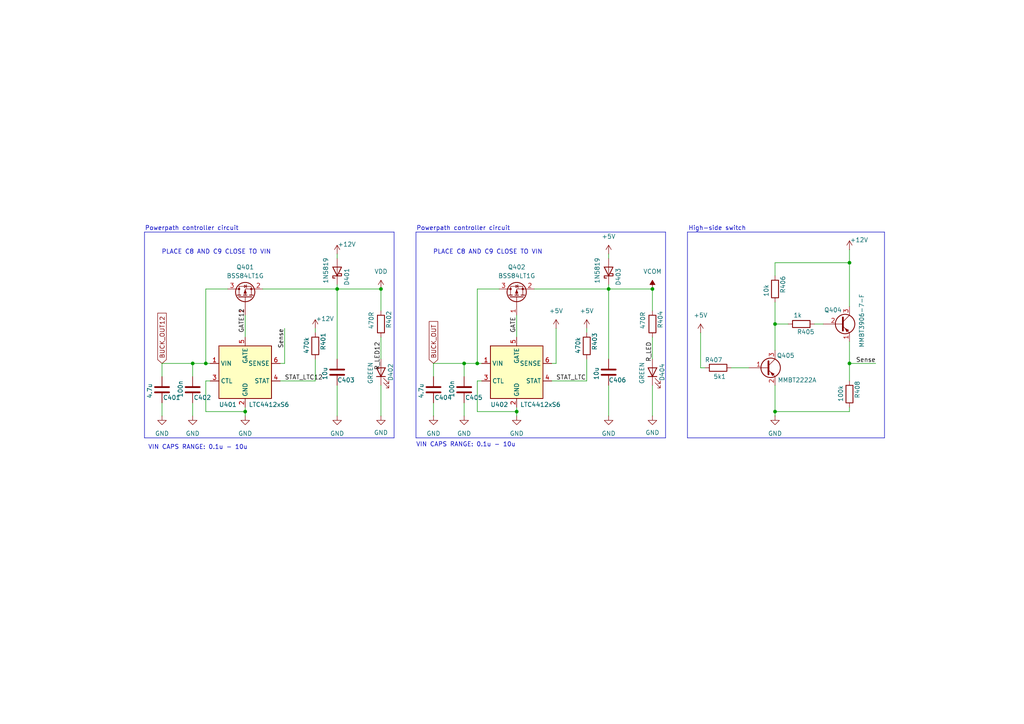
<source format=kicad_sch>
(kicad_sch (version 20231120) (generator "eeschema") (generator_version "8.0")
  (paper "A4")
  (lib_symbols
    (symbol "+12V_1" (power) (pin_numbers hide) (pin_names (offset 0) hide)
      (property "Value" "+12V" (at 0 3.556 0))
      (symbol "+12V_1_0_1"
        (polyline (pts (xy -0.762 1.27) (xy 0 2.54)))
        (polyline (pts (xy 0 0) (xy 0 2.54)))
        (polyline (pts (xy 0 2.54) (xy 0.762 1.27)))
      )
      (symbol "+12V_1_1_1"
        (pin power_in line (at 0 0 90) (length 0) (name "~") (number "1"))
      )
    )
    (symbol "Device:C" (pin_numbers hide) (pin_names (offset 0.254))
      (property "Reference" "C" (at 0.635 2.54 0))
      (property "Value" "C" (at 0.635 -2.54 0))
      (symbol "C_0_1"
        (polyline (pts (xy -2.032 -0.762) (xy 2.032 -0.762)) (stroke (width 0.508)))
        (polyline (pts (xy -2.032 0.762) (xy 2.032 0.762)) (stroke (width 0.508)))
      )
      (symbol "C_1_1"
        (pin passive line (at 0 3.81 270) (length 2.794) (name "~") (number "1"))
        (pin passive line (at 0 -3.81 90) (length 2.794) (name "~") (number "2"))
      )
    )
    (symbol "Device:D_Schottky" (pin_numbers hide) (pin_names (offset 1.016) hide)
      (property "Reference" "D" (at 0 2.54 0))
      (property "Value" "D_Schottky" (at 0 -2.54 0))
      (symbol "D_Schottky_0_1"
        (polyline (pts (xy 1.27 0) (xy -1.27 0)))
        (polyline (pts (xy 1.27 1.27) (xy 1.27 -1.27) (xy -1.27 0) (xy 1.27 1.27)) (stroke (width 0.254)))
        (polyline (pts (xy -1.905 0.635) (xy -1.905 1.27) (xy -1.27 1.27) (xy -1.27 -1.27) (xy -0.635 -1.27) (xy -0.635 -0.635)) (stroke (width 0.254)))
      )
      (symbol "D_Schottky_1_1"
        (pin passive line (at -3.81 0 0) (length 2.54) (name "K") (number "1"))
        (pin passive line (at 3.81 0 180) (length 2.54) (name "A") (number "2"))
      )
    )
    (symbol "Device:LED" (pin_numbers hide) (pin_names (offset 1.016) hide)
      (property "Reference" "D" (at 0 2.54 0))
      (property "Value" "LED" (at 0 -2.54 0))
      (symbol "LED_0_1"
        (polyline (pts (xy -1.27 -1.27) (xy -1.27 1.27)) (stroke (width 0.254)))
        (polyline (pts (xy -1.27 0) (xy 1.27 0)))
        (polyline (pts (xy 1.27 -1.27) (xy 1.27 1.27) (xy -1.27 0) (xy 1.27 -1.27)) (stroke (width 0.254)))
        (polyline (pts (xy -3.048 -0.762) (xy -4.572 -2.286) (xy -3.81 -2.286) (xy -4.572 -2.286) (xy -4.572 -1.524)))
        (polyline (pts (xy -1.778 -0.762) (xy -3.302 -2.286) (xy -2.54 -2.286) (xy -3.302 -2.286) (xy -3.302 -1.524)))
      )
      (symbol "LED_1_1"
        (pin passive line (at -3.81 0 0) (length 2.54) (name "K") (number "1"))
        (pin passive line (at 3.81 0 180) (length 2.54) (name "A") (number "2"))
      )
    )
    (symbol "Device:Q_PMOS_GSD" (pin_names (offset 0) hide)
      (property "Reference" "Q" (at 5.08 1.27 0))
      (property "Value" "Q_PMOS_GSD" (at 5.08 -1.27 0))
      (symbol "Q_PMOS_GSD_0_1"
        (polyline (pts (xy 0.254 0) (xy -2.54 0)))
        (polyline (pts (xy 0.254 1.905) (xy 0.254 -1.905)) (stroke (width 0.254)))
        (polyline (pts (xy 0.762 -1.27) (xy 0.762 -2.286)) (stroke (width 0.254)))
        (polyline (pts (xy 0.762 0.508) (xy 0.762 -0.508)) (stroke (width 0.254)))
        (polyline (pts (xy 0.762 2.286) (xy 0.762 1.27)) (stroke (width 0.254)))
        (polyline (pts (xy 2.54 2.54) (xy 2.54 1.778)))
        (polyline (pts (xy 2.54 -2.54) (xy 2.54 0) (xy 0.762 0)))
        (polyline (pts (xy 0.762 1.778) (xy 3.302 1.778) (xy 3.302 -1.778) (xy 0.762 -1.778)))
        (polyline (pts (xy 2.286 0) (xy 1.27 0.381) (xy 1.27 -0.381) (xy 2.286 0)) (fill (type outline)))
        (polyline (pts (xy 2.794 -0.508) (xy 2.921 -0.381) (xy 3.683 -0.381) (xy 3.81 -0.254)))
        (polyline (pts (xy 3.302 -0.381) (xy 2.921 0.254) (xy 3.683 0.254) (xy 3.302 -0.381)))
        (circle (center 1.651 0) (radius 2.794) (stroke (width 0.254)))
        (circle (center 2.54 -1.778) (radius 0.254) (fill (type outline)))
        (circle (center 2.54 1.778) (radius 0.254) (fill (type outline)))
      )
      (symbol "Q_PMOS_GSD_1_1"
        (pin input line (at -5.08 0 0) (length 2.54) (name "G") (number "1"))
        (pin passive line (at 2.54 -5.08 90) (length 2.54) (name "S") (number "2"))
        (pin passive line (at 2.54 5.08 270) (length 2.54) (name "D") (number "3"))
      )
    )
    (symbol "Device:Q_PNP_BEC" (pin_names (offset 0) hide)
      (property "Reference" "Q" (at 5.08 1.27 0))
      (property "Value" "Q_PNP_BEC" (at 5.08 -1.27 0))
      (symbol "Q_PNP_BEC_0_1"
        (polyline (pts (xy 0.635 0.635) (xy 2.54 2.54)))
        (polyline (pts (xy 0.635 -0.635) (xy 2.54 -2.54) (xy 2.54 -2.54)))
        (polyline (pts (xy 0.635 1.905) (xy 0.635 -1.905) (xy 0.635 -1.905)) (stroke (width 0.508)))
        (polyline (pts (xy 2.286 -1.778) (xy 1.778 -2.286) (xy 1.27 -1.27) (xy 2.286 -1.778) (xy 2.286 -1.778)) (fill (type outline)))
        (circle (center 1.27 0) (radius 2.8194) (stroke (width 0.254)))
      )
      (symbol "Q_PNP_BEC_1_1"
        (pin input line (at -5.08 0 0) (length 5.715) (name "B") (number "1"))
        (pin passive line (at 2.54 -5.08 90) (length 2.54) (name "E") (number "2"))
        (pin passive line (at 2.54 5.08 270) (length 2.54) (name "C") (number "3"))
      )
    )
    (symbol "Device:Q_PNP_EBC" (pin_names (offset 0) hide)
      (property "Reference" "Q" (at 5.08 1.27 0))
      (property "Value" "Q_PNP_EBC" (at 5.08 -1.27 0))
      (symbol "Q_PNP_EBC_0_1"
        (polyline (pts (xy 0.635 0.635) (xy 2.54 2.54)))
        (polyline (pts (xy 0.635 -0.635) (xy 2.54 -2.54) (xy 2.54 -2.54)))
        (polyline (pts (xy 0.635 1.905) (xy 0.635 -1.905) (xy 0.635 -1.905)) (stroke (width 0.508)))
        (polyline (pts (xy 2.286 -1.778) (xy 1.778 -2.286) (xy 1.27 -1.27) (xy 2.286 -1.778) (xy 2.286 -1.778)) (fill (type outline)))
        (circle (center 1.27 0) (radius 2.8194) (stroke (width 0.254)))
      )
      (symbol "Q_PNP_EBC_1_1"
        (pin passive line (at 2.54 -5.08 90) (length 2.54) (name "E") (number "1"))
        (pin input line (at -5.08 0 0) (length 5.715) (name "B") (number "2"))
        (pin passive line (at 2.54 5.08 270) (length 2.54) (name "C") (number "3"))
      )
    )
    (symbol "Device:R" (pin_numbers hide) (pin_names (offset 0))
      (property "Reference" "R" (at 2.032 0 90))
      (property "Value" "R" (at 0 0 90))
      (symbol "R_0_1"
        (rectangle (start -1.016 -2.54) (end 1.016 2.54) (stroke (width 0.254)))
      )
      (symbol "R_1_1"
        (pin passive line (at 0 3.81 270) (length 1.27) (name "~") (number "1"))
        (pin passive line (at 0 -3.81 90) (length 1.27) (name "~") (number "2"))
      )
    )
    (symbol "Power_Management:LTC4412xS6"
      (property "Reference" "U" (at -6.35 8.89 0))
      (property "Value" "LTC4412xS6" (at 6.35 8.89 0))
      (symbol "LTC4412xS6_0_1"
        (rectangle (start -7.62 7.62) (end 7.62 -7.62) (stroke (width 0.254)) (fill (type background)))
      )
      (symbol "LTC4412xS6_1_1"
        (pin power_in line (at -10.16 2.54 0) (length 2.54) (name "VIN") (number "1"))
        (pin power_in line (at 0 -10.16 90) (length 2.54) (name "GND") (number "2"))
        (pin input line (at -10.16 -2.54 0) (length 2.54) (name "CTL") (number "3"))
        (pin open_collector line (at 10.16 -2.54 180) (length 2.54) (name "STAT") (number "4"))
        (pin output line (at 0 10.16 270) (length 2.54) (name "GATE") (number "5"))
        (pin input line (at 10.16 2.54 180) (length 2.54) (name "SENSE") (number "6"))
      )
    )
    (symbol "power:+5V" (power) (pin_numbers hide) (pin_names (offset 0) hide)
      (property "Value" "+5V" (at 0 3.556 0))
      (symbol "+5V_0_1"
        (polyline (pts (xy -0.762 1.27) (xy 0 2.54)))
        (polyline (pts (xy 0 0) (xy 0 2.54)))
        (polyline (pts (xy 0 2.54) (xy 0.762 1.27)))
      )
      (symbol "+5V_1_1"
        (pin power_in line (at 0 0 90) (length 0) (name "~") (number "1"))
      )
    )
    (symbol "power:GND" (power) (pin_numbers hide) (pin_names (offset 0) hide)
      (property "Value" "GND" (at 0 -3.81 0))
      (symbol "GND_0_1"
        (polyline (pts (xy 0 0) (xy 0 -1.27) (xy 1.27 -1.27) (xy 0 -2.54) (xy -1.27 -1.27) (xy 0 -1.27)))
      )
      (symbol "GND_1_1"
        (pin power_in line (at 0 0 270) (length 0) (name "~") (number "1"))
      )
    )
    (symbol "power:VCOM" (power) (pin_numbers hide) (pin_names (offset 0) hide)
      (property "Value" "VCOM" (at 0 3.556 0))
      (symbol "VCOM_0_1"
        (polyline (pts (xy 0 0) (xy 0 2.54)))
        (polyline (pts (xy 0.762 1.27) (xy -0.762 1.27) (xy 0 2.54) (xy 0.762 1.27)) (fill (type outline)))
      )
      (symbol "VCOM_1_1"
        (pin power_in line (at 0 0 90) (length 0) (name "~") (number "1"))
      )
    )
    (symbol "power:VDD" (power) (pin_numbers hide) (pin_names (offset 0) hide)
      (property "Value" "VDD" (at 0 3.556 0))
      (symbol "VDD_0_1"
        (polyline (pts (xy -0.762 1.27) (xy 0 2.54)))
        (polyline (pts (xy 0 0) (xy 0 2.54)))
        (polyline (pts (xy 0 2.54) (xy 0.762 1.27)))
      )
      (symbol "VDD_1_1"
        (pin power_in line (at 0 0 90) (length 0) (name "~") (number "1"))
      )
    )
  )
  (junction (at 224.79 119.38))
  (junction (at 55.88 105.41))
  (junction (at 110.49 83.82))
  (junction (at 224.79 93.98))
  (junction (at 134.62 105.41))
  (junction (at 59.69 105.41))
  (junction (at 71.12 119.38))
  (junction (at 138.43 105.41))
  (junction (at 176.53 83.82))
  (junction (at 246.38 76.2))
  (junction (at 246.38 105.41))
  (junction (at 97.79 83.82))
  (junction (at 149.86 119.38))
  (junction (at 189.23 83.82))
  (polyline (pts (xy 193.04 67.31) (xy 120.65 67.31)))
  (wire (pts (xy 176.53 83.82) (xy 176.53 104.14)))
  (wire (pts (xy 224.79 87.63) (xy 224.79 93.98)))
  (polyline (pts (xy 193.04 127) (xy 193.04 67.31)))
  (wire (pts (xy 46.99 105.41) (xy 55.88 105.41)))
  (wire (pts (xy 189.23 90.17) (xy 189.23 83.82)))
  (wire (pts (xy 203.2 106.68) (xy 204.47 106.68)))
  (polyline (pts (xy 199.39 67.31) (xy 256.54 67.31)))
  (wire (pts (xy 236.22 93.98) (xy 238.76 93.98)))
  (wire (pts (xy 224.79 93.98) (xy 228.6 93.98)))
  (wire (pts (xy 60.96 105.41) (xy 59.69 105.41)))
  (wire (pts (xy 189.23 97.79) (xy 189.23 104.14)))
  (wire (pts (xy 149.86 120.65) (xy 149.86 119.38)))
  (wire (pts (xy 246.38 118.11) (xy 246.38 119.38)))
  (wire (pts (xy 60.96 110.49) (xy 59.69 110.49)))
  (polyline (pts (xy 120.65 127) (xy 193.04 127)))
  (wire (pts (xy 170.18 95.25) (xy 170.18 96.52)))
  (wire (pts (xy 149.86 91.44) (xy 149.86 97.79)))
  (wire (pts (xy 71.12 118.11) (xy 71.12 119.38)))
  (polyline (pts (xy 114.3 67.31) (xy 41.91 67.31)))
  (wire (pts (xy 59.69 110.49) (xy 59.69 119.38)))
  (wire (pts (xy 189.23 111.76) (xy 189.23 120.65)))
  (polyline (pts (xy 120.65 67.31) (xy 120.65 127)))
  (wire (pts (xy 246.38 99.06) (xy 246.38 105.41)))
  (wire (pts (xy 224.79 119.38) (xy 246.38 119.38)))
  (wire (pts (xy 134.62 116.84) (xy 134.62 120.65)))
  (wire (pts (xy 125.73 105.41) (xy 125.73 109.22)))
  (wire (pts (xy 224.79 76.2) (xy 224.79 80.01)))
  (wire (pts (xy 224.79 111.76) (xy 224.79 119.38)))
  (wire (pts (xy 46.99 116.84) (xy 46.99 120.65)))
  (wire (pts (xy 176.53 82.55) (xy 176.53 83.82)))
  (wire (pts (xy 161.29 105.41) (xy 160.02 105.41)))
  (wire (pts (xy 246.38 76.2) (xy 224.79 76.2)))
  (wire (pts (xy 82.55 105.41) (xy 81.28 105.41)))
  (wire (pts (xy 154.94 83.82) (xy 176.53 83.82)))
  (wire (pts (xy 203.2 96.52) (xy 203.2 106.68)))
  (wire (pts (xy 91.44 95.25) (xy 91.44 96.52)))
  (wire (pts (xy 97.79 111.76) (xy 97.79 120.65)))
  (wire (pts (xy 149.86 118.11) (xy 149.86 119.38)))
  (wire (pts (xy 160.02 110.49) (xy 170.18 110.49)))
  (wire (pts (xy 138.43 110.49) (xy 138.43 119.38)))
  (wire (pts (xy 82.55 95.25) (xy 82.55 105.41)))
  (polyline (pts (xy 41.91 127) (xy 114.3 127)))
  (wire (pts (xy 139.7 105.41) (xy 138.43 105.41)))
  (wire (pts (xy 81.28 110.49) (xy 91.44 110.49)))
  (wire (pts (xy 134.62 105.41) (xy 138.43 105.41)))
  (wire (pts (xy 59.69 119.38) (xy 71.12 119.38)))
  (wire (pts (xy 246.38 105.41) (xy 246.38 110.49)))
  (wire (pts (xy 138.43 105.41) (xy 138.43 83.82)))
  (polyline (pts (xy 114.3 127) (xy 114.3 67.31)))
  (polyline (pts (xy 41.91 67.31) (xy 41.91 127)))
  (wire (pts (xy 246.38 76.2) (xy 246.38 88.9)))
  (wire (pts (xy 170.18 110.49) (xy 170.18 104.14)))
  (wire (pts (xy 134.62 109.22) (xy 134.62 105.41)))
  (wire (pts (xy 97.79 83.82) (xy 97.79 104.14)))
  (polyline (pts (xy 256.54 127) (xy 256.54 67.31)))
  (wire (pts (xy 76.2 83.82) (xy 97.79 83.82)))
  (wire (pts (xy 246.38 105.41) (xy 254 105.41)))
  (wire (pts (xy 55.88 109.22) (xy 55.88 105.41)))
  (polyline (pts (xy 199.39 127) (xy 256.54 127)))
  (wire (pts (xy 139.7 110.49) (xy 138.43 110.49)))
  (wire (pts (xy 55.88 116.84) (xy 55.88 120.65)))
  (wire (pts (xy 55.88 105.41) (xy 59.69 105.41)))
  (wire (pts (xy 161.29 95.25) (xy 161.29 105.41)))
  (wire (pts (xy 125.73 105.41) (xy 134.62 105.41)))
  (wire (pts (xy 59.69 83.82) (xy 66.04 83.82)))
  (wire (pts (xy 110.49 111.76) (xy 110.49 120.65)))
  (wire (pts (xy 246.38 72.39) (xy 246.38 76.2)))
  (polyline (pts (xy 199.39 67.31) (xy 199.39 127)))
  (wire (pts (xy 212.09 106.68) (xy 217.17 106.68)))
  (wire (pts (xy 176.53 111.76) (xy 176.53 120.65)))
  (wire (pts (xy 71.12 91.44) (xy 71.12 97.79)))
  (wire (pts (xy 138.43 119.38) (xy 149.86 119.38)))
  (wire (pts (xy 91.44 110.49) (xy 91.44 104.14)))
  (wire (pts (xy 71.12 120.65) (xy 71.12 119.38)))
  (wire (pts (xy 97.79 82.55) (xy 97.79 83.82)))
  (wire (pts (xy 138.43 83.82) (xy 144.78 83.82)))
  (wire (pts (xy 224.79 93.98) (xy 224.79 101.6)))
  (wire (pts (xy 110.49 97.79) (xy 110.49 104.14)))
  (wire (pts (xy 97.79 73.66) (xy 97.79 74.93)))
  (wire (pts (xy 176.53 73.66) (xy 176.53 74.93)))
  (wire (pts (xy 110.49 83.82) (xy 97.79 83.82)))
  (wire (pts (xy 110.49 90.17) (xy 110.49 83.82)))
  (wire (pts (xy 46.99 105.41) (xy 46.99 109.22)))
  (wire (pts (xy 59.69 105.41) (xy 59.69 83.82)))
  (wire (pts (xy 125.73 116.84) (xy 125.73 120.65)))
  (wire (pts (xy 189.23 83.82) (xy 176.53 83.82)))
  (wire (pts (xy 224.79 119.38) (xy 224.79 120.65)))
  (text "Powerpath controller circuit" (at 55.626 66.294 0) (effects (font (size 1.27 1.27))))
  (text "PLACE C8 AND C9 CLOSE TO VIN" (at 141.478 73.152 0) (effects (font (size 1.27 1.27))))
  (text "High-side switch" (at 208.026 66.294 0) (effects (font (size 1.27 1.27))))
  (text "VIN CAPS RANGE: 0.1u - 10u" (at 135.128 129.032 0) (effects (font (size 1.27 1.27))))
  (text "Powerpath controller circuit" (at 134.366 66.294 0) (effects (font (size 1.27 1.27))))
  (text "VIN CAPS RANGE: 0.1u - 10u" (at 57.404 129.794 0) (effects (font (size 1.27 1.27))))
  (text "PLACE C8 AND C9 CLOSE TO VIN" (at 62.738 73.152 0) (effects (font (size 1.27 1.27))))
  (label "R_LED" (at 189.23 99.06 270))
  (label "Sense" (at 82.55 95.25 270))
  (label "GATE12" (at 71.12 96.52 90))
  (label "R_LED12" (at 110.49 99.06 270))
  (label "GATE" (at 149.86 96.52 90))
  (label "STAT_LTC12" (at 82.55 110.49 0))
  (label "Sense" (at 254 105.41 180))
  (label "STAT_LTC" (at 161.29 110.49 0))
  (global_label "BUCK_OUT12" (shape input) (at 46.99 105.41 90) (property "Intersheetrefs" "${INTERSHEET_REFS}" (effects (hide yes))))
  (global_label "BUCK_OUT" (shape input) (at 125.73 105.41 90) (property "Intersheetrefs" "${INTERSHEET_REFS}" (effects (hide yes))))
  (symbol (lib_id "Device:R") (at 224.79 83.82 0) (unit 1)
    (property "Reference" "R406" (at 227.076 85.09 90) (effects (justify left)))
    (property "Value" "10k" (at 222.25 86.106 90) (effects (justify left)))
    (property "Footprint" "Resistor_SMD:R_0805_2012Metric" (effects (hide yes)))
    (property "Description" "Resistor" (effects (hide yes)))
  )
  (symbol (lib_name "+12V_1") (lib_id "power:+12V") (at 246.38 72.39 0) (unit 1)
    (property "Reference" "#PWR0404" (effects (hide yes)))
    (property "Value" "+12V" (at 249.174 69.596 0))
    (property "Description" "Power symbol creates a global label with name \"+12V\"" (effects (hide yes)))
  )
  (symbol (lib_id "Device:LED") (at 110.49 107.95 90) (unit 1)
    (property "Reference" "D402" (at 113.284 107.95 0))
    (property "Value" "GREEN" (at 107.442 108.204 0))
    (property "Footprint" "LED_SMD:LED_0805_2012Metric" (effects (hide yes)))
    (property "Description" "Light emitting diode" (effects (hide yes)))
  )
  (symbol (lib_id "power:+5V") (at 176.53 73.66 0) (unit 1)
    (property "Reference" "#PWR0415" (effects (hide yes)))
    (property "Value" "+5V" (at 176.53 68.58 0))
    (property "Description" "Power symbol creates a global label with name \"+5V\"" (effects (hide yes)))
  )
  (symbol (lib_id "Device:LED") (at 189.23 107.95 90) (unit 1)
    (property "Reference" "D404" (at 192.024 107.95 0))
    (property "Value" "GREEN" (at 186.182 108.204 0))
    (property "Footprint" "LED_SMD:LED_0805_2012Metric" (effects (hide yes)))
    (property "Description" "Light emitting diode" (effects (hide yes)))
  )
  (symbol (lib_id "Power_Management:LTC4412xS6") (at 149.86 107.95 0) (unit 1)
    (property "Reference" "U402" (at 142.24 117.348 0) (effects (justify left)))
    (property "Value" "LTC4412xS6" (at 150.876 117.348 0) (effects (justify left)))
    (property "Footprint" "Package_TO_SOT_SMD:TSOT-23-6" (effects (hide yes)))
    (property "Datasheet" "https://www.analog.com/media/en/technical-documentation/data-sheets/4412fb.pdf" (effects (hide yes)))
    (property "Description" "Low Loss PowerPath Controller, TSOT-23-6" (effects (hide yes)))
  )
  (symbol (lib_id "power:GND") (at 189.23 120.65 0) (unit 1)
    (property "Reference" "#PWR0418" (effects (hide yes)))
    (property "Value" "GND" (at 189.23 125.476 0))
    (property "Description" "Power symbol creates a global label with name \"GND\" , ground" (effects (hide yes)))
  )
  (symbol (lib_id "Device:Q_PMOS_GSD") (at 149.86 86.36 90) (unit 1)
    (property "Reference" "Q402" (at 149.86 77.47 90))
    (property "Value" "BSS84LT1G" (at 149.86 80.01 90))
    (property "Footprint" "Package_TO_SOT_SMD:SOT-23" (effects (hide yes)))
    (property "Description" "P-MOSFET transistor, gate/source/drain" (effects (hide yes)))
  )
  (symbol (lib_id "power:+5V") (at 203.2 96.52 0) (unit 1)
    (property "Reference" "#PWR0420" (effects (hide yes)))
    (property "Value" "+5V" (at 203.2 91.44 0))
    (property "Description" "Power symbol creates a global label with name \"+5V\"" (effects (hide yes)))
  )
  (symbol (lib_id "power:VCOM") (at 189.23 83.82 0) (unit 1)
    (property "Reference" "#PWR0417" (effects (hide yes)))
    (property "Value" "VCOM" (at 189.23 78.74 0))
    (property "Description" "Power symbol creates a global label with name \"VCOM\"" (effects (hide yes)))
  )
  (symbol (lib_id "Device:R") (at 232.41 93.98 270) (unit 1)
    (property "Reference" "R405" (at 231.14 96.266 90) (effects (justify left)))
    (property "Value" "1k" (at 230.124 91.44 90) (effects (justify left)))
    (property "Footprint" "Resistor_SMD:R_0805_2012Metric" (effects (hide yes)))
    (property "Description" "Resistor" (effects (hide yes)))
  )
  (symbol (lib_id "power:GND") (at 97.79 120.65 0) (unit 1)
    (property "Reference" "#PWR0407" (effects (hide yes)))
    (property "Value" "GND" (at 97.79 125.73 0))
    (property "Description" "Power symbol creates a global label with name \"GND\" , ground" (effects (hide yes)))
  )
  (symbol (lib_id "Device:Q_PNP_BEC") (at 222.25 106.68 0) (unit 1)
    (property "Reference" "Q405" (at 225.298 103.124 0) (effects (justify left)))
    (property "Value" "MMBT2222A" (at 225.552 110.236 0) (effects (justify left)))
    (property "Footprint" "Package_TO_SOT_SMD:SOT-23-3" (effects (hide yes)))
    (property "Description" "PNP transistor, base/emitter/collector" (effects (hide yes)))
  )
  (symbol (lib_id "Device:R") (at 208.28 106.68 90) (unit 1)
    (property "Reference" "R407" (at 209.55 104.394 90) (effects (justify left)))
    (property "Value" "5k1" (at 210.566 109.22 90) (effects (justify left)))
    (property "Footprint" "Resistor_SMD:R_0805_2012Metric" (effects (hide yes)))
    (property "Description" "Resistor" (effects (hide yes)))
  )
  (symbol (lib_id "power:VDD") (at 110.49 83.82 0) (unit 1)
    (property "Reference" "#PWR0408" (effects (hide yes)))
    (property "Value" "VDD" (at 110.49 78.74 0))
    (property "Description" "Power symbol creates a global label with name \"VDD\"" (effects (hide yes)))
  )
  (symbol (lib_id "power:GND") (at 134.62 120.65 0) (unit 1)
    (property "Reference" "#PWR0411" (effects (hide yes)))
    (property "Value" "GND" (at 134.62 125.73 0))
    (property "Description" "Power symbol creates a global label with name \"GND\" , ground" (effects (hide yes)))
  )
  (symbol (lib_id "power:GND") (at 71.12 120.65 0) (unit 1)
    (property "Reference" "#PWR0403" (effects (hide yes)))
    (property "Value" "GND" (at 71.12 125.73 0))
    (property "Description" "Power symbol creates a global label with name \"GND\" , ground" (effects (hide yes)))
  )
  (symbol (lib_id "Device:D_Schottky") (at 176.53 78.74 90) (unit 1)
    (property "Reference" "D403" (at 179.324 77.724 0) (effects (justify right)))
    (property "Value" "1N5819" (at 173.228 74.676 0) (effects (justify right)))
    (property "Footprint" "Diode_THT:D_DO-41_SOD81_P7.62mm_Horizontal" (effects (hide yes)))
    (property "Description" "Schottky diode" (effects (hide yes)))
  )
  (symbol (lib_id "Device:C") (at 176.53 107.95 0) (unit 1)
    (property "Reference" "C406" (at 176.53 110.236 0) (effects (justify left)))
    (property "Value" "10u" (at 172.974 110.236 90) (effects (justify left)))
    (property "Footprint" "Capacitor_SMD:C_0805_2012Metric" (effects (hide yes)))
    (property "Description" "Unpolarized capacitor" (effects (hide yes)))
  )
  (symbol (lib_id "Device:D_Schottky") (at 97.79 78.74 90) (unit 1)
    (property "Reference" "D401" (at 100.584 77.724 0) (effects (justify right)))
    (property "Value" "1N5819" (at 94.488 74.676 0) (effects (justify right)))
    (property "Footprint" "Diode_THT:D_DO-41_SOD81_P7.62mm_Horizontal" (effects (hide yes)))
    (property "Description" "Schottky diode" (effects (hide yes)))
  )
  (symbol (lib_id "Device:C") (at 134.62 113.03 180) (unit 1)
    (property "Reference" "C405" (at 134.874 115.316 0) (effects (justify right)))
    (property "Value" "100n" (at 131.064 115.316 90) (effects (justify right)))
    (property "Footprint" "Capacitor_SMD:C_0805_2012Metric" (effects (hide yes)))
    (property "Description" "Unpolarized capacitor" (effects (hide yes)))
  )
  (symbol (lib_id "Device:R") (at 246.38 114.3 0) (unit 1)
    (property "Reference" "R408" (at 248.666 115.57 90) (effects (justify left)))
    (property "Value" "100k" (at 243.84 116.586 90) (effects (justify left)))
    (property "Footprint" "Resistor_SMD:R_0805_2012Metric" (effects (hide yes)))
    (property "Description" "Resistor" (effects (hide yes)))
  )
  (symbol (lib_id "Device:Q_PNP_EBC") (at 243.84 93.98 0) (unit 1)
    (property "Reference" "Q404" (at 239.014 89.916 0) (effects (justify left)))
    (property "Value" "MMBT3906-7-F" (at 249.936 100.838 90) (effects (justify left)))
    (property "Footprint" "Package_TO_SOT_SMD:SOT-23-3" (effects (hide yes)))
    (property "Description" "PNP transistor, emitter/base/collector" (effects (hide yes)))
  )
  (symbol (lib_id "power:GND") (at 46.99 120.65 0) (unit 1)
    (property "Reference" "#PWR0401" (effects (hide yes)))
    (property "Value" "GND" (at 46.99 125.73 0))
    (property "Description" "Power symbol creates a global label with name \"GND\" , ground" (effects (hide yes)))
  )
  (symbol (lib_id "power:GND") (at 224.79 120.65 0) (unit 1)
    (property "Reference" "#PWR0419" (effects (hide yes)))
    (property "Value" "GND" (at 224.79 125.73 0))
    (property "Description" "Power symbol creates a global label with name \"GND\" , ground" (effects (hide yes)))
  )
  (symbol (lib_id "power:GND") (at 176.53 120.65 0) (unit 1)
    (property "Reference" "#PWR0416" (effects (hide yes)))
    (property "Value" "GND" (at 176.53 125.73 0))
    (property "Description" "Power symbol creates a global label with name \"GND\" , ground" (effects (hide yes)))
  )
  (symbol (lib_name "+12V_1") (lib_id "power:+12V") (at 91.44 95.25 0) (unit 1)
    (property "Reference" "#PWR0405" (effects (hide yes)))
    (property "Value" "+12V" (at 94.234 92.456 0))
    (property "Description" "Power symbol creates a global label with name \"+12V\"" (effects (hide yes)))
  )
  (symbol (lib_id "power:GND") (at 110.49 120.65 0) (unit 1)
    (property "Reference" "#PWR0409" (effects (hide yes)))
    (property "Value" "GND" (at 110.49 125.476 0))
    (property "Description" "Power symbol creates a global label with name \"GND\" , ground" (effects (hide yes)))
  )
  (symbol (lib_id "power:GND") (at 55.88 120.65 0) (unit 1)
    (property "Reference" "#PWR0402" (effects (hide yes)))
    (property "Value" "GND" (at 55.88 125.73 0))
    (property "Description" "Power symbol creates a global label with name \"GND\" , ground" (effects (hide yes)))
  )
  (symbol (lib_id "power:+5V") (at 170.18 95.25 0) (unit 1)
    (property "Reference" "#PWR0414" (effects (hide yes)))
    (property "Value" "+5V" (at 170.18 90.17 0))
    (property "Description" "Power symbol creates a global label with name \"+5V\"" (effects (hide yes)))
  )
  (symbol (lib_id "power:GND") (at 149.86 120.65 0) (unit 1)
    (property "Reference" "#PWR0412" (effects (hide yes)))
    (property "Value" "GND" (at 149.86 125.73 0))
    (property "Description" "Power symbol creates a global label with name \"GND\" , ground" (effects (hide yes)))
  )
  (symbol (lib_id "Device:R") (at 189.23 93.98 0) (unit 1)
    (property "Reference" "R404" (at 191.516 95.25 90) (effects (justify left)))
    (property "Value" "470R" (at 186.436 95.504 90) (effects (justify left)))
    (property "Footprint" "Resistor_SMD:R_0805_2012Metric" (effects (hide yes)))
    (property "Description" "Resistor" (effects (hide yes)))
  )
  (symbol (lib_id "power:GND") (at 125.73 120.65 0) (unit 1)
    (property "Reference" "#PWR0410" (effects (hide yes)))
    (property "Value" "GND" (at 125.73 125.73 0))
    (property "Description" "Power symbol creates a global label with name \"GND\" , ground" (effects (hide yes)))
  )
  (symbol (lib_id "Device:C") (at 97.79 107.95 0) (unit 1)
    (property "Reference" "C403" (at 97.79 110.236 0) (effects (justify left)))
    (property "Value" "10u" (at 94.234 110.236 90) (effects (justify left)))
    (property "Footprint" "Capacitor_SMD:C_0805_2012Metric" (effects (hide yes)))
    (property "Description" "Unpolarized capacitor" (effects (hide yes)))
  )
  (symbol (lib_id "power:+5V") (at 161.29 95.25 0) (unit 1)
    (property "Reference" "#PWR0413" (effects (hide yes)))
    (property "Value" "+5V" (at 161.29 90.17 0))
    (property "Description" "Power symbol creates a global label with name \"+5V\"" (effects (hide yes)))
  )
  (symbol (lib_name "+12V_1") (lib_id "power:+12V") (at 97.79 73.66 0) (unit 1)
    (property "Reference" "#PWR0406" (effects (hide yes)))
    (property "Value" "+12V" (at 100.584 70.866 0))
    (property "Description" "Power symbol creates a global label with name \"+12V\"" (effects (hide yes)))
  )
  (symbol (lib_id "Device:C") (at 55.88 113.03 180) (unit 1)
    (property "Reference" "C402" (at 56.134 115.316 0) (effects (justify right)))
    (property "Value" "100n" (at 52.324 115.316 90) (effects (justify right)))
    (property "Footprint" "Capacitor_SMD:C_0805_2012Metric" (effects (hide yes)))
    (property "Description" "Unpolarized capacitor" (effects (hide yes)))
  )
  (symbol (lib_id "Device:C") (at 125.73 113.03 180) (unit 1)
    (property "Reference" "C404" (at 125.984 115.316 0) (effects (justify right)))
    (property "Value" "4.7u" (at 122.174 115.57 90) (effects (justify right)))
    (property "Footprint" "Capacitor_SMD:C_0805_2012Metric" (effects (hide yes)))
    (property "Description" "Unpolarized capacitor" (effects (hide yes)))
  )
  (symbol (lib_id "Device:Q_PMOS_GSD") (at 71.12 86.36 90) (unit 1)
    (property "Reference" "Q401" (at 71.12 77.47 90))
    (property "Value" "BSS84LT1G" (at 71.12 80.01 90))
    (property "Footprint" "Package_TO_SOT_SMD:SOT-23" (effects (hide yes)))
    (property "Description" "P-MOSFET transistor, gate/source/drain" (effects (hide yes)))
  )
  (symbol (lib_id "Device:C") (at 46.99 113.03 180) (unit 1)
    (property "Reference" "C401" (at 47.244 115.316 0) (effects (justify right)))
    (property "Value" "4.7u" (at 43.434 115.57 90) (effects (justify right)))
    (property "Footprint" "Capacitor_SMD:C_0805_2012Metric" (effects (hide yes)))
    (property "Description" "Unpolarized capacitor" (effects (hide yes)))
  )
  (symbol (lib_id "Device:R") (at 110.49 93.98 0) (unit 1)
    (property "Reference" "R402" (at 112.776 95.25 90) (effects (justify left)))
    (property "Value" "470R" (at 107.696 95.504 90) (effects (justify left)))
    (property "Footprint" "Resistor_SMD:R_0805_2012Metric" (effects (hide yes)))
    (property "Description" "Resistor" (effects (hide yes)))
  )
  (symbol (lib_id "Device:R") (at 91.44 100.33 0) (unit 1)
    (property "Reference" "R401" (at 93.726 101.6 90) (effects (justify left)))
    (property "Value" "470k" (at 88.9 102.616 90) (effects (justify left)))
    (property "Footprint" "Resistor_SMD:R_0805_2012Metric" (effects (hide yes)))
    (property "Description" "Resistor" (effects (hide yes)))
  )
  (symbol (lib_id "Power_Management:LTC4412xS6") (at 71.12 107.95 0) (unit 1)
    (property "Reference" "U401" (at 63.5 117.348 0) (effects (justify left)))
    (property "Value" "LTC4412xS6" (at 72.136 117.348 0) (effects (justify left)))
    (property "Footprint" "Package_TO_SOT_SMD:TSOT-23-6" (effects (hide yes)))
    (property "Datasheet" "https://www.analog.com/media/en/technical-documentation/data-sheets/4412fb.pdf" (effects (hide yes)))
    (property "Description" "Low Loss PowerPath Controller, TSOT-23-6" (effects (hide yes)))
  )
  (symbol (lib_id "Device:R") (at 170.18 100.33 0) (unit 1)
    (property "Reference" "R403" (at 172.466 101.6 90) (effects (justify left)))
    (property "Value" "470k" (at 167.64 102.616 90) (effects (justify left)))
    (property "Footprint" "Resistor_SMD:R_0805_2012Metric" (effects (hide yes)))
    (property "Description" "Resistor" (effects (hide yes)))
  )
)
</source>
